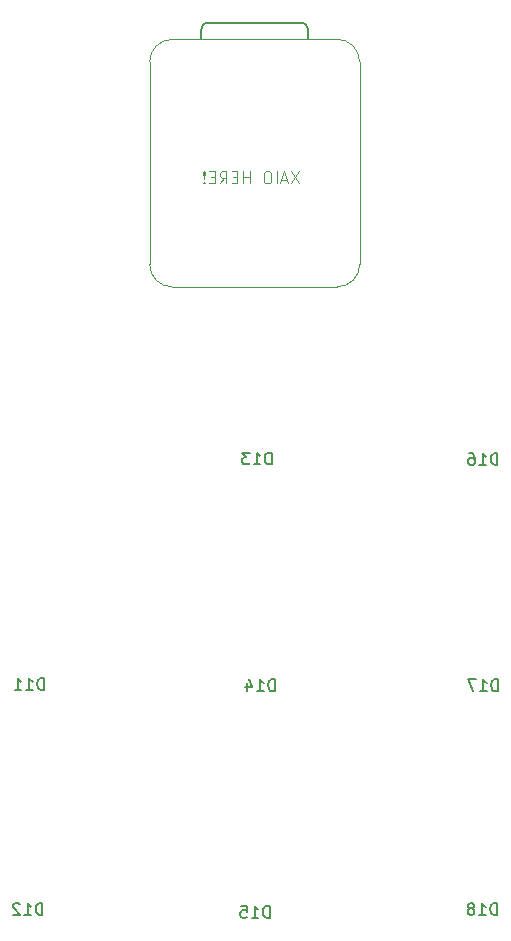
<source format=gbr>
%TF.GenerationSoftware,KiCad,Pcbnew,9.0.1*%
%TF.CreationDate,2025-06-05T14:05:19-05:00*%
%TF.ProjectId,CopyPAD,436f7079-5041-4442-9e6b-696361645f70,rev?*%
%TF.SameCoordinates,Original*%
%TF.FileFunction,Legend,Bot*%
%TF.FilePolarity,Positive*%
%FSLAX46Y46*%
G04 Gerber Fmt 4.6, Leading zero omitted, Abs format (unit mm)*
G04 Created by KiCad (PCBNEW 9.0.1) date 2025-06-05 14:05:19*
%MOMM*%
%LPD*%
G01*
G04 APERTURE LIST*
%ADD10C,0.100000*%
%ADD11C,0.150000*%
%ADD12C,0.127000*%
G04 APERTURE END LIST*
D10*
X61703853Y-27447419D02*
X61037187Y-28447419D01*
X61037187Y-27447419D02*
X61703853Y-28447419D01*
X60703853Y-28161704D02*
X60227663Y-28161704D01*
X60799091Y-28447419D02*
X60465758Y-27447419D01*
X60465758Y-27447419D02*
X60132425Y-28447419D01*
X59799091Y-28447419D02*
X59799091Y-27447419D01*
X59132425Y-27447419D02*
X58941949Y-27447419D01*
X58941949Y-27447419D02*
X58846711Y-27495038D01*
X58846711Y-27495038D02*
X58751473Y-27590276D01*
X58751473Y-27590276D02*
X58703854Y-27780752D01*
X58703854Y-27780752D02*
X58703854Y-28114085D01*
X58703854Y-28114085D02*
X58751473Y-28304561D01*
X58751473Y-28304561D02*
X58846711Y-28399800D01*
X58846711Y-28399800D02*
X58941949Y-28447419D01*
X58941949Y-28447419D02*
X59132425Y-28447419D01*
X59132425Y-28447419D02*
X59227663Y-28399800D01*
X59227663Y-28399800D02*
X59322901Y-28304561D01*
X59322901Y-28304561D02*
X59370520Y-28114085D01*
X59370520Y-28114085D02*
X59370520Y-27780752D01*
X59370520Y-27780752D02*
X59322901Y-27590276D01*
X59322901Y-27590276D02*
X59227663Y-27495038D01*
X59227663Y-27495038D02*
X59132425Y-27447419D01*
X57513377Y-28447419D02*
X57513377Y-27447419D01*
X57513377Y-27923609D02*
X56941949Y-27923609D01*
X56941949Y-28447419D02*
X56941949Y-27447419D01*
X56465758Y-27923609D02*
X56132425Y-27923609D01*
X55989568Y-28447419D02*
X56465758Y-28447419D01*
X56465758Y-28447419D02*
X56465758Y-27447419D01*
X56465758Y-27447419D02*
X55989568Y-27447419D01*
X54989568Y-28447419D02*
X55322901Y-27971228D01*
X55560996Y-28447419D02*
X55560996Y-27447419D01*
X55560996Y-27447419D02*
X55180044Y-27447419D01*
X55180044Y-27447419D02*
X55084806Y-27495038D01*
X55084806Y-27495038D02*
X55037187Y-27542657D01*
X55037187Y-27542657D02*
X54989568Y-27637895D01*
X54989568Y-27637895D02*
X54989568Y-27780752D01*
X54989568Y-27780752D02*
X55037187Y-27875990D01*
X55037187Y-27875990D02*
X55084806Y-27923609D01*
X55084806Y-27923609D02*
X55180044Y-27971228D01*
X55180044Y-27971228D02*
X55560996Y-27971228D01*
X54560996Y-27923609D02*
X54227663Y-27923609D01*
X54084806Y-28447419D02*
X54560996Y-28447419D01*
X54560996Y-28447419D02*
X54560996Y-27447419D01*
X54560996Y-27447419D02*
X54084806Y-27447419D01*
X53656234Y-28352180D02*
X53608615Y-28399800D01*
X53608615Y-28399800D02*
X53656234Y-28447419D01*
X53656234Y-28447419D02*
X53703853Y-28399800D01*
X53703853Y-28399800D02*
X53656234Y-28352180D01*
X53656234Y-28352180D02*
X53656234Y-28447419D01*
X53656234Y-28066466D02*
X53703853Y-27495038D01*
X53703853Y-27495038D02*
X53656234Y-27447419D01*
X53656234Y-27447419D02*
X53608615Y-27495038D01*
X53608615Y-27495038D02*
X53656234Y-28066466D01*
X53656234Y-28066466D02*
X53656234Y-27447419D01*
D11*
X40111192Y-71356394D02*
X40111192Y-70356394D01*
X40111192Y-70356394D02*
X39873097Y-70356394D01*
X39873097Y-70356394D02*
X39730240Y-70404013D01*
X39730240Y-70404013D02*
X39635002Y-70499251D01*
X39635002Y-70499251D02*
X39587383Y-70594489D01*
X39587383Y-70594489D02*
X39539764Y-70784965D01*
X39539764Y-70784965D02*
X39539764Y-70927822D01*
X39539764Y-70927822D02*
X39587383Y-71118298D01*
X39587383Y-71118298D02*
X39635002Y-71213536D01*
X39635002Y-71213536D02*
X39730240Y-71308775D01*
X39730240Y-71308775D02*
X39873097Y-71356394D01*
X39873097Y-71356394D02*
X40111192Y-71356394D01*
X38587383Y-71356394D02*
X39158811Y-71356394D01*
X38873097Y-71356394D02*
X38873097Y-70356394D01*
X38873097Y-70356394D02*
X38968335Y-70499251D01*
X38968335Y-70499251D02*
X39063573Y-70594489D01*
X39063573Y-70594489D02*
X39158811Y-70642108D01*
X37635002Y-71356394D02*
X38206430Y-71356394D01*
X37920716Y-71356394D02*
X37920716Y-70356394D01*
X37920716Y-70356394D02*
X38015954Y-70499251D01*
X38015954Y-70499251D02*
X38111192Y-70594489D01*
X38111192Y-70594489D02*
X38206430Y-70642108D01*
X78497393Y-52306394D02*
X78497393Y-51306394D01*
X78497393Y-51306394D02*
X78259298Y-51306394D01*
X78259298Y-51306394D02*
X78116441Y-51354013D01*
X78116441Y-51354013D02*
X78021203Y-51449251D01*
X78021203Y-51449251D02*
X77973584Y-51544489D01*
X77973584Y-51544489D02*
X77925965Y-51734965D01*
X77925965Y-51734965D02*
X77925965Y-51877822D01*
X77925965Y-51877822D02*
X77973584Y-52068298D01*
X77973584Y-52068298D02*
X78021203Y-52163536D01*
X78021203Y-52163536D02*
X78116441Y-52258775D01*
X78116441Y-52258775D02*
X78259298Y-52306394D01*
X78259298Y-52306394D02*
X78497393Y-52306394D01*
X76973584Y-52306394D02*
X77545012Y-52306394D01*
X77259298Y-52306394D02*
X77259298Y-51306394D01*
X77259298Y-51306394D02*
X77354536Y-51449251D01*
X77354536Y-51449251D02*
X77449774Y-51544489D01*
X77449774Y-51544489D02*
X77545012Y-51592108D01*
X76116441Y-51306394D02*
X76306917Y-51306394D01*
X76306917Y-51306394D02*
X76402155Y-51354013D01*
X76402155Y-51354013D02*
X76449774Y-51401632D01*
X76449774Y-51401632D02*
X76545012Y-51544489D01*
X76545012Y-51544489D02*
X76592631Y-51734965D01*
X76592631Y-51734965D02*
X76592631Y-52115917D01*
X76592631Y-52115917D02*
X76545012Y-52211155D01*
X76545012Y-52211155D02*
X76497393Y-52258775D01*
X76497393Y-52258775D02*
X76402155Y-52306394D01*
X76402155Y-52306394D02*
X76211679Y-52306394D01*
X76211679Y-52306394D02*
X76116441Y-52258775D01*
X76116441Y-52258775D02*
X76068822Y-52211155D01*
X76068822Y-52211155D02*
X76021203Y-52115917D01*
X76021203Y-52115917D02*
X76021203Y-51877822D01*
X76021203Y-51877822D02*
X76068822Y-51782584D01*
X76068822Y-51782584D02*
X76116441Y-51734965D01*
X76116441Y-51734965D02*
X76211679Y-51687346D01*
X76211679Y-51687346D02*
X76402155Y-51687346D01*
X76402155Y-51687346D02*
X76497393Y-51734965D01*
X76497393Y-51734965D02*
X76545012Y-51782584D01*
X76545012Y-51782584D02*
X76592631Y-51877822D01*
X78536830Y-71458753D02*
X78536830Y-70458753D01*
X78536830Y-70458753D02*
X78298735Y-70458753D01*
X78298735Y-70458753D02*
X78155878Y-70506372D01*
X78155878Y-70506372D02*
X78060640Y-70601610D01*
X78060640Y-70601610D02*
X78013021Y-70696848D01*
X78013021Y-70696848D02*
X77965402Y-70887324D01*
X77965402Y-70887324D02*
X77965402Y-71030181D01*
X77965402Y-71030181D02*
X78013021Y-71220657D01*
X78013021Y-71220657D02*
X78060640Y-71315895D01*
X78060640Y-71315895D02*
X78155878Y-71411134D01*
X78155878Y-71411134D02*
X78298735Y-71458753D01*
X78298735Y-71458753D02*
X78536830Y-71458753D01*
X77013021Y-71458753D02*
X77584449Y-71458753D01*
X77298735Y-71458753D02*
X77298735Y-70458753D01*
X77298735Y-70458753D02*
X77393973Y-70601610D01*
X77393973Y-70601610D02*
X77489211Y-70696848D01*
X77489211Y-70696848D02*
X77584449Y-70744467D01*
X76679687Y-70458753D02*
X76013021Y-70458753D01*
X76013021Y-70458753D02*
X76441592Y-71458753D01*
X59649373Y-71454840D02*
X59649373Y-70454840D01*
X59649373Y-70454840D02*
X59411278Y-70454840D01*
X59411278Y-70454840D02*
X59268421Y-70502459D01*
X59268421Y-70502459D02*
X59173183Y-70597697D01*
X59173183Y-70597697D02*
X59125564Y-70692935D01*
X59125564Y-70692935D02*
X59077945Y-70883411D01*
X59077945Y-70883411D02*
X59077945Y-71026268D01*
X59077945Y-71026268D02*
X59125564Y-71216744D01*
X59125564Y-71216744D02*
X59173183Y-71311982D01*
X59173183Y-71311982D02*
X59268421Y-71407221D01*
X59268421Y-71407221D02*
X59411278Y-71454840D01*
X59411278Y-71454840D02*
X59649373Y-71454840D01*
X58125564Y-71454840D02*
X58696992Y-71454840D01*
X58411278Y-71454840D02*
X58411278Y-70454840D01*
X58411278Y-70454840D02*
X58506516Y-70597697D01*
X58506516Y-70597697D02*
X58601754Y-70692935D01*
X58601754Y-70692935D02*
X58696992Y-70740554D01*
X57268421Y-70788173D02*
X57268421Y-71454840D01*
X57506516Y-70407221D02*
X57744611Y-71121506D01*
X57744611Y-71121506D02*
X57125564Y-71121506D01*
X39968123Y-90406394D02*
X39968123Y-89406394D01*
X39968123Y-89406394D02*
X39730028Y-89406394D01*
X39730028Y-89406394D02*
X39587171Y-89454013D01*
X39587171Y-89454013D02*
X39491933Y-89549251D01*
X39491933Y-89549251D02*
X39444314Y-89644489D01*
X39444314Y-89644489D02*
X39396695Y-89834965D01*
X39396695Y-89834965D02*
X39396695Y-89977822D01*
X39396695Y-89977822D02*
X39444314Y-90168298D01*
X39444314Y-90168298D02*
X39491933Y-90263536D01*
X39491933Y-90263536D02*
X39587171Y-90358775D01*
X39587171Y-90358775D02*
X39730028Y-90406394D01*
X39730028Y-90406394D02*
X39968123Y-90406394D01*
X38444314Y-90406394D02*
X39015742Y-90406394D01*
X38730028Y-90406394D02*
X38730028Y-89406394D01*
X38730028Y-89406394D02*
X38825266Y-89549251D01*
X38825266Y-89549251D02*
X38920504Y-89644489D01*
X38920504Y-89644489D02*
X39015742Y-89692108D01*
X38063361Y-89501632D02*
X38015742Y-89454013D01*
X38015742Y-89454013D02*
X37920504Y-89406394D01*
X37920504Y-89406394D02*
X37682409Y-89406394D01*
X37682409Y-89406394D02*
X37587171Y-89454013D01*
X37587171Y-89454013D02*
X37539552Y-89501632D01*
X37539552Y-89501632D02*
X37491933Y-89596870D01*
X37491933Y-89596870D02*
X37491933Y-89692108D01*
X37491933Y-89692108D02*
X37539552Y-89834965D01*
X37539552Y-89834965D02*
X38110980Y-90406394D01*
X38110980Y-90406394D02*
X37491933Y-90406394D01*
X59212577Y-90633652D02*
X59212577Y-89633652D01*
X59212577Y-89633652D02*
X58974482Y-89633652D01*
X58974482Y-89633652D02*
X58831625Y-89681271D01*
X58831625Y-89681271D02*
X58736387Y-89776509D01*
X58736387Y-89776509D02*
X58688768Y-89871747D01*
X58688768Y-89871747D02*
X58641149Y-90062223D01*
X58641149Y-90062223D02*
X58641149Y-90205080D01*
X58641149Y-90205080D02*
X58688768Y-90395556D01*
X58688768Y-90395556D02*
X58736387Y-90490794D01*
X58736387Y-90490794D02*
X58831625Y-90586033D01*
X58831625Y-90586033D02*
X58974482Y-90633652D01*
X58974482Y-90633652D02*
X59212577Y-90633652D01*
X57688768Y-90633652D02*
X58260196Y-90633652D01*
X57974482Y-90633652D02*
X57974482Y-89633652D01*
X57974482Y-89633652D02*
X58069720Y-89776509D01*
X58069720Y-89776509D02*
X58164958Y-89871747D01*
X58164958Y-89871747D02*
X58260196Y-89919366D01*
X56784006Y-89633652D02*
X57260196Y-89633652D01*
X57260196Y-89633652D02*
X57307815Y-90109842D01*
X57307815Y-90109842D02*
X57260196Y-90062223D01*
X57260196Y-90062223D02*
X57164958Y-90014604D01*
X57164958Y-90014604D02*
X56926863Y-90014604D01*
X56926863Y-90014604D02*
X56831625Y-90062223D01*
X56831625Y-90062223D02*
X56784006Y-90109842D01*
X56784006Y-90109842D02*
X56736387Y-90205080D01*
X56736387Y-90205080D02*
X56736387Y-90443175D01*
X56736387Y-90443175D02*
X56784006Y-90538413D01*
X56784006Y-90538413D02*
X56831625Y-90586033D01*
X56831625Y-90586033D02*
X56926863Y-90633652D01*
X56926863Y-90633652D02*
X57164958Y-90633652D01*
X57164958Y-90633652D02*
X57260196Y-90586033D01*
X57260196Y-90586033D02*
X57307815Y-90538413D01*
X59382816Y-52249613D02*
X59382816Y-51249613D01*
X59382816Y-51249613D02*
X59144721Y-51249613D01*
X59144721Y-51249613D02*
X59001864Y-51297232D01*
X59001864Y-51297232D02*
X58906626Y-51392470D01*
X58906626Y-51392470D02*
X58859007Y-51487708D01*
X58859007Y-51487708D02*
X58811388Y-51678184D01*
X58811388Y-51678184D02*
X58811388Y-51821041D01*
X58811388Y-51821041D02*
X58859007Y-52011517D01*
X58859007Y-52011517D02*
X58906626Y-52106755D01*
X58906626Y-52106755D02*
X59001864Y-52201994D01*
X59001864Y-52201994D02*
X59144721Y-52249613D01*
X59144721Y-52249613D02*
X59382816Y-52249613D01*
X57859007Y-52249613D02*
X58430435Y-52249613D01*
X58144721Y-52249613D02*
X58144721Y-51249613D01*
X58144721Y-51249613D02*
X58239959Y-51392470D01*
X58239959Y-51392470D02*
X58335197Y-51487708D01*
X58335197Y-51487708D02*
X58430435Y-51535327D01*
X57525673Y-51249613D02*
X56906626Y-51249613D01*
X56906626Y-51249613D02*
X57239959Y-51630565D01*
X57239959Y-51630565D02*
X57097102Y-51630565D01*
X57097102Y-51630565D02*
X57001864Y-51678184D01*
X57001864Y-51678184D02*
X56954245Y-51725803D01*
X56954245Y-51725803D02*
X56906626Y-51821041D01*
X56906626Y-51821041D02*
X56906626Y-52059136D01*
X56906626Y-52059136D02*
X56954245Y-52154374D01*
X56954245Y-52154374D02*
X57001864Y-52201994D01*
X57001864Y-52201994D02*
X57097102Y-52249613D01*
X57097102Y-52249613D02*
X57382816Y-52249613D01*
X57382816Y-52249613D02*
X57478054Y-52201994D01*
X57478054Y-52201994D02*
X57525673Y-52154374D01*
X78449886Y-90404057D02*
X78449886Y-89404057D01*
X78449886Y-89404057D02*
X78211791Y-89404057D01*
X78211791Y-89404057D02*
X78068934Y-89451676D01*
X78068934Y-89451676D02*
X77973696Y-89546914D01*
X77973696Y-89546914D02*
X77926077Y-89642152D01*
X77926077Y-89642152D02*
X77878458Y-89832628D01*
X77878458Y-89832628D02*
X77878458Y-89975485D01*
X77878458Y-89975485D02*
X77926077Y-90165961D01*
X77926077Y-90165961D02*
X77973696Y-90261199D01*
X77973696Y-90261199D02*
X78068934Y-90356438D01*
X78068934Y-90356438D02*
X78211791Y-90404057D01*
X78211791Y-90404057D02*
X78449886Y-90404057D01*
X76926077Y-90404057D02*
X77497505Y-90404057D01*
X77211791Y-90404057D02*
X77211791Y-89404057D01*
X77211791Y-89404057D02*
X77307029Y-89546914D01*
X77307029Y-89546914D02*
X77402267Y-89642152D01*
X77402267Y-89642152D02*
X77497505Y-89689771D01*
X76354648Y-89832628D02*
X76449886Y-89785009D01*
X76449886Y-89785009D02*
X76497505Y-89737390D01*
X76497505Y-89737390D02*
X76545124Y-89642152D01*
X76545124Y-89642152D02*
X76545124Y-89594533D01*
X76545124Y-89594533D02*
X76497505Y-89499295D01*
X76497505Y-89499295D02*
X76449886Y-89451676D01*
X76449886Y-89451676D02*
X76354648Y-89404057D01*
X76354648Y-89404057D02*
X76164172Y-89404057D01*
X76164172Y-89404057D02*
X76068934Y-89451676D01*
X76068934Y-89451676D02*
X76021315Y-89499295D01*
X76021315Y-89499295D02*
X75973696Y-89594533D01*
X75973696Y-89594533D02*
X75973696Y-89642152D01*
X75973696Y-89642152D02*
X76021315Y-89737390D01*
X76021315Y-89737390D02*
X76068934Y-89785009D01*
X76068934Y-89785009D02*
X76164172Y-89832628D01*
X76164172Y-89832628D02*
X76354648Y-89832628D01*
X76354648Y-89832628D02*
X76449886Y-89880247D01*
X76449886Y-89880247D02*
X76497505Y-89927866D01*
X76497505Y-89927866D02*
X76545124Y-90023104D01*
X76545124Y-90023104D02*
X76545124Y-90213580D01*
X76545124Y-90213580D02*
X76497505Y-90308818D01*
X76497505Y-90308818D02*
X76449886Y-90356438D01*
X76449886Y-90356438D02*
X76354648Y-90404057D01*
X76354648Y-90404057D02*
X76164172Y-90404057D01*
X76164172Y-90404057D02*
X76068934Y-90356438D01*
X76068934Y-90356438D02*
X76021315Y-90308818D01*
X76021315Y-90308818D02*
X75973696Y-90213580D01*
X75973696Y-90213580D02*
X75973696Y-90023104D01*
X75973696Y-90023104D02*
X76021315Y-89927866D01*
X76021315Y-89927866D02*
X76068934Y-89880247D01*
X76068934Y-89880247D02*
X76164172Y-89832628D01*
D10*
%TO.C,U1*%
X49058171Y-35318357D02*
X49058171Y-18173357D01*
X50963171Y-16268357D02*
X64933171Y-16268357D01*
D12*
X53444171Y-15358357D02*
X53444171Y-16268357D01*
X61939443Y-14858357D02*
X53944171Y-14858357D01*
X62443171Y-16268357D02*
X62439443Y-15358085D01*
D10*
X64933171Y-37223357D02*
X50963171Y-37223357D01*
X66838171Y-35318357D02*
X66838171Y-18173357D01*
X49058171Y-18173357D02*
G75*
G02*
X50963171Y-16268357I1905000J0D01*
G01*
X50963171Y-37223357D02*
G75*
G02*
X49058171Y-35318357I0J1905000D01*
G01*
D12*
X53444171Y-15358357D02*
G75*
G02*
X53944171Y-14858357I500000J0D01*
G01*
X61939443Y-14858357D02*
G75*
G02*
X62439444Y-15358085I-18J-500019D01*
G01*
D10*
X64933171Y-16264357D02*
G75*
G02*
X66838171Y-18169357I-1J-1905001D01*
G01*
X66838171Y-35318357D02*
G75*
G02*
X64933171Y-37223357I-1905001J1D01*
G01*
%TD*%
M02*

</source>
